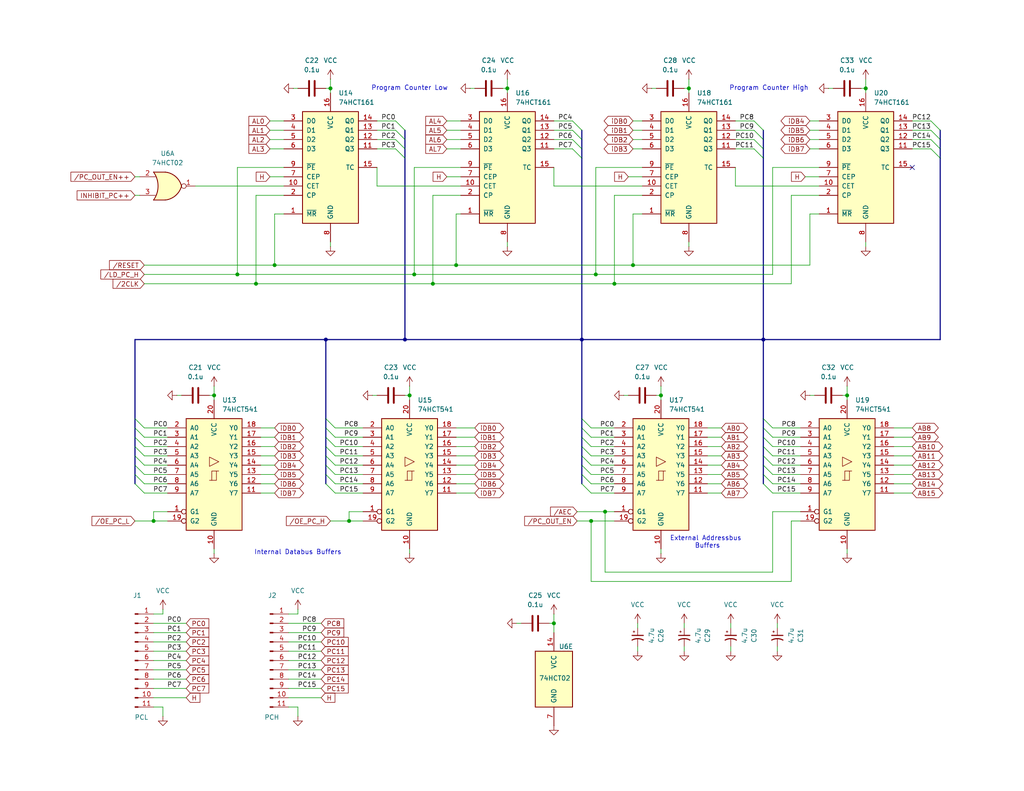
<source format=kicad_sch>
(kicad_sch (version 20250114) (generator "eeschema") (generator_version "9.0")
  (paper "A")
  (title_block (title "TTL 6510 Computer") (date "2025-10-20") (rev "B") (company "Stefan Warnke") (comment 9 "CPU_6502_Opcodes.txt"))
  (text "External Addressbus \nBuffers" (at 193.04 148.082 0) (effects (font (size 1.27 1.27))))
  (text "Program Counter High" (at 209.804 24.13 0) (effects (font (size 1.27 1.27))))
  (text "Program Counter Low" (at 111.76 24.13 0) (effects (font (size 1.27 1.27))))
  (text "Internal Databus Buffers" (at 81.28 150.876 0) (effects (font (size 1.27 1.27))))
  (junction (at 41.91 142.24))
  (junction (at 113.03 74.93))
  (junction (at 138.43 24.13))
  (junction (at 161.29 142.24))
  (junction (at 236.22 24.13))
  (junction (at 110.49 92.71))
  (junction (at 88.9 92.71))
  (junction (at 172.72 72.39))
  (junction (at 187.96 24.13))
  (junction (at 165.1 139.7))
  (junction (at 158.75 92.71))
  (junction (at 180.34 107.95))
  (junction (at 151.13 170.18))
  (junction (at 118.11 77.47))
  (junction (at 124.46 72.39))
  (junction (at 167.64 77.47))
  (junction (at 111.76 107.95))
  (junction (at 64.77 74.93))
  (junction (at 231.14 107.95))
  (junction (at 74.93 72.39))
  (junction (at 69.85 77.47))
  (junction (at 90.17 24.13))
  (junction (at 208.28 92.71))
  (junction (at 95.25 142.24))
  (junction (at 162.56 74.93))
  (junction (at 58.42 107.95))
  (no_connect (at 248.92 45.72))
  (bus_entry (at 156.21 40.64) (size 2.54 2.54))
  (bus_entry (at 208.28 132.08) (size 2.54 2.54))
  (bus_entry (at 208.28 127) (size 2.54 2.54))
  (bus_entry (at 158.75 119.38) (size 2.54 2.54))
  (bus_entry (at 36.83 114.3) (size 2.54 2.54))
  (bus_entry (at 208.28 116.84) (size 2.54 2.54))
  (bus_entry (at 36.83 132.08) (size 2.54 2.54))
  (bus_entry (at 107.95 38.1) (size 2.54 2.54))
  (bus_entry (at 254 35.56) (size 2.54 2.54))
  (bus_entry (at 208.28 114.3) (size 2.54 2.54))
  (bus_entry (at 205.74 38.1) (size 2.54 2.54))
  (bus_entry (at 158.75 116.84) (size 2.54 2.54))
  (bus_entry (at 36.83 124.46) (size 2.54 2.54))
  (bus_entry (at 88.9 127) (size 2.54 2.54))
  (bus_entry (at 88.9 114.3) (size 2.54 2.54))
  (bus_entry (at 158.75 129.54) (size 2.54 2.54))
  (bus_entry (at 205.74 35.56) (size 2.54 2.54))
  (bus_entry (at 88.9 129.54) (size 2.54 2.54))
  (bus_entry (at 156.21 35.56) (size 2.54 2.54))
  (bus_entry (at 36.83 116.84) (size 2.54 2.54))
  (bus_entry (at 36.83 119.38) (size 2.54 2.54))
  (bus_entry (at 88.9 121.92) (size 2.54 2.54))
  (bus_entry (at 88.9 132.08) (size 2.54 2.54))
  (bus_entry (at 205.74 33.02) (size 2.54 2.54))
  (bus_entry (at 36.83 121.92) (size 2.54 2.54))
  (bus_entry (at 156.21 33.02) (size 2.54 2.54))
  (bus_entry (at 208.28 129.54) (size 2.54 2.54))
  (bus_entry (at 208.28 121.92) (size 2.54 2.54))
  (bus_entry (at 158.75 132.08) (size 2.54 2.54))
  (bus_entry (at 158.75 127) (size 2.54 2.54))
  (bus_entry (at 88.9 116.84) (size 2.54 2.54))
  (bus_entry (at 36.83 129.54) (size 2.54 2.54))
  (bus_entry (at 158.75 124.46) (size 2.54 2.54))
  (bus_entry (at 208.28 124.46) (size 2.54 2.54))
  (bus_entry (at 205.74 40.64) (size 2.54 2.54))
  (bus_entry (at 88.9 124.46) (size 2.54 2.54))
  (bus_entry (at 158.75 114.3) (size 2.54 2.54))
  (bus_entry (at 107.95 35.56) (size 2.54 2.54))
  (bus_entry (at 107.95 33.02) (size 2.54 2.54))
  (bus_entry (at 254 33.02) (size 2.54 2.54))
  (bus_entry (at 254 40.64) (size 2.54 2.54))
  (bus_entry (at 254 38.1) (size 2.54 2.54))
  (bus_entry (at 208.28 119.38) (size 2.54 2.54))
  (bus_entry (at 88.9 119.38) (size 2.54 2.54))
  (bus_entry (at 107.95 40.64) (size 2.54 2.54))
  (bus_entry (at 36.83 127) (size 2.54 2.54))
  (bus_entry (at 158.75 121.92) (size 2.54 2.54))
  (bus_entry (at 156.21 38.1) (size 2.54 2.54))
  (wire (pts (xy 200.66 35.56) (xy 205.74 35.56)))
  (wire (pts (xy 210.82 121.92) (xy 218.44 121.92)))
  (bus (pts (xy 36.83 116.84) (xy 36.83 119.38)))
  (wire (pts (xy 226.06 24.13) (xy 227.33 24.13)))
  (wire (pts (xy 248.92 35.56) (xy 254 35.56)))
  (wire (pts (xy 90.17 24.13) (xy 90.17 25.4)))
  (bus (pts (xy 36.83 121.92) (xy 36.83 124.46)))
  (wire (pts (xy 138.43 24.13) (xy 138.43 25.4)))
  (wire (pts (xy 121.92 33.02) (xy 125.73 33.02)))
  (wire (pts (xy 36.83 48.26) (xy 38.1 48.26)))
  (wire (pts (xy 41.91 185.42) (xy 50.8 185.42)))
  (wire (pts (xy 193.04 121.92) (xy 196.85 121.92)))
  (bus (pts (xy 208.28 121.92) (xy 208.28 124.46)))
  (wire (pts (xy 220.98 40.64) (xy 223.52 40.64)))
  (bus (pts (xy 158.75 114.3) (xy 158.75 116.84)))
  (bus (pts (xy 208.28 116.84) (xy 208.28 119.38)))
  (wire (pts (xy 41.91 167.64) (xy 44.45 167.64)))
  (wire (pts (xy 69.85 53.34) (xy 69.85 77.47)))
  (wire (pts (xy 161.29 124.46) (xy 167.64 124.46)))
  (wire (pts (xy 210.82 156.21) (xy 165.1 156.21)))
  (wire (pts (xy 200.66 45.72) (xy 200.66 50.8)))
  (wire (pts (xy 220.98 35.56) (xy 223.52 35.56)))
  (wire (pts (xy 172.72 35.56) (xy 175.26 35.56)))
  (wire (pts (xy 111.76 107.95) (xy 111.76 109.22)))
  (wire (pts (xy 71.12 129.54) (xy 74.93 129.54)))
  (wire (pts (xy 187.96 24.13) (xy 187.96 25.4)))
  (bus (pts (xy 158.75 38.1) (xy 158.75 40.64)))
  (wire (pts (xy 102.87 50.8) (xy 125.73 50.8)))
  (wire (pts (xy 220.98 58.42) (xy 220.98 72.39)))
  (wire (pts (xy 137.16 24.13) (xy 138.43 24.13)))
  (wire (pts (xy 161.29 132.08) (xy 167.64 132.08)))
  (wire (pts (xy 73.66 35.56) (xy 77.47 35.56)))
  (wire (pts (xy 58.42 107.95) (xy 58.42 109.22)))
  (wire (pts (xy 91.44 116.84) (xy 99.06 116.84)))
  (bus (pts (xy 256.54 38.1) (xy 256.54 40.64)))
  (wire (pts (xy 128.27 24.13) (xy 129.54 24.13)))
  (wire (pts (xy 210.82 119.38) (xy 218.44 119.38)))
  (bus (pts (xy 110.49 43.18) (xy 110.49 92.71)))
  (wire (pts (xy 124.46 116.84) (xy 129.54 116.84)))
  (wire (pts (xy 74.93 72.39) (xy 39.37 72.39)))
  (wire (pts (xy 102.87 38.1) (xy 107.95 38.1)))
  (wire (pts (xy 111.76 149.86) (xy 111.76 151.13)))
  (wire (pts (xy 223.52 45.72) (xy 210.82 45.72)))
  (wire (pts (xy 140.97 170.18) (xy 142.24 170.18)))
  (wire (pts (xy 121.92 38.1) (xy 125.73 38.1)))
  (wire (pts (xy 77.47 53.34) (xy 69.85 53.34)))
  (wire (pts (xy 248.92 38.1) (xy 254 38.1)))
  (bus (pts (xy 208.28 38.1) (xy 208.28 40.64)))
  (wire (pts (xy 71.12 124.46) (xy 74.93 124.46)))
  (wire (pts (xy 161.29 142.24) (xy 161.29 158.75)))
  (wire (pts (xy 187.96 21.59) (xy 187.96 24.13)))
  (bus (pts (xy 88.9 92.71) (xy 88.9 114.3)))
  (wire (pts (xy 88.9 24.13) (xy 90.17 24.13)))
  (wire (pts (xy 200.66 38.1) (xy 205.74 38.1)))
  (wire (pts (xy 73.66 40.64) (xy 77.47 40.64)))
  (wire (pts (xy 39.37 121.92) (xy 45.72 121.92)))
  (wire (pts (xy 124.46 134.62) (xy 129.54 134.62)))
  (wire (pts (xy 231.14 105.41) (xy 231.14 107.95)))
  (wire (pts (xy 36.83 53.34) (xy 38.1 53.34)))
  (wire (pts (xy 151.13 38.1) (xy 156.21 38.1)))
  (wire (pts (xy 124.46 132.08) (xy 129.54 132.08)))
  (wire (pts (xy 199.39 170.18) (xy 199.39 171.45)))
  (wire (pts (xy 172.72 38.1) (xy 175.26 38.1)))
  (wire (pts (xy 41.91 180.34) (xy 50.8 180.34)))
  (wire (pts (xy 102.87 40.64) (xy 107.95 40.64)))
  (wire (pts (xy 78.74 172.72) (xy 87.63 172.72)))
  (wire (pts (xy 138.43 66.04) (xy 138.43 67.31)))
  (wire (pts (xy 102.87 45.72) (xy 102.87 50.8)))
  (bus (pts (xy 158.75 35.56) (xy 158.75 38.1)))
  (wire (pts (xy 39.37 127) (xy 45.72 127)))
  (wire (pts (xy 41.91 190.5) (xy 50.8 190.5)))
  (wire (pts (xy 243.84 119.38) (xy 248.92 119.38)))
  (bus (pts (xy 88.9 129.54) (xy 88.9 132.08)))
  (bus (pts (xy 158.75 124.46) (xy 158.75 127)))
  (bus (pts (xy 88.9 119.38) (xy 88.9 121.92)))
  (bus (pts (xy 88.9 121.92) (xy 88.9 124.46)))
  (bus (pts (xy 208.28 43.18) (xy 208.28 92.71)))
  (wire (pts (xy 162.56 45.72) (xy 162.56 74.93)))
  (bus (pts (xy 158.75 129.54) (xy 158.75 132.08)))
  (wire (pts (xy 118.11 77.47) (xy 167.64 77.47)))
  (wire (pts (xy 64.77 45.72) (xy 64.77 74.93)))
  (wire (pts (xy 157.48 142.24) (xy 161.29 142.24)))
  (wire (pts (xy 113.03 45.72) (xy 113.03 74.93)))
  (wire (pts (xy 234.95 24.13) (xy 236.22 24.13)))
  (bus (pts (xy 88.9 114.3) (xy 88.9 116.84)))
  (wire (pts (xy 121.92 40.64) (xy 125.73 40.64)))
  (wire (pts (xy 73.66 33.02) (xy 77.47 33.02)))
  (wire (pts (xy 210.82 124.46) (xy 218.44 124.46)))
  (wire (pts (xy 180.34 149.86) (xy 180.34 151.13)))
  (wire (pts (xy 78.74 180.34) (xy 87.63 180.34)))
  (wire (pts (xy 231.14 107.95) (xy 231.14 109.22)))
  (wire (pts (xy 64.77 74.93) (xy 113.03 74.93)))
  (wire (pts (xy 45.72 142.24) (xy 41.91 142.24)))
  (wire (pts (xy 81.28 167.64) (xy 81.28 166.37)))
  (wire (pts (xy 125.73 53.34) (xy 118.11 53.34)))
  (wire (pts (xy 102.87 35.56) (xy 107.95 35.56)))
  (wire (pts (xy 172.72 40.64) (xy 175.26 40.64)))
  (bus (pts (xy 110.49 40.64) (xy 110.49 43.18)))
  (wire (pts (xy 39.37 74.93) (xy 64.77 74.93)))
  (bus (pts (xy 36.83 119.38) (xy 36.83 121.92)))
  (wire (pts (xy 41.91 175.26) (xy 50.8 175.26)))
  (wire (pts (xy 210.82 116.84) (xy 218.44 116.84)))
  (wire (pts (xy 78.74 167.64) (xy 81.28 167.64)))
  (wire (pts (xy 193.04 132.08) (xy 196.85 132.08)))
  (bus (pts (xy 158.75 119.38) (xy 158.75 121.92)))
  (bus (pts (xy 88.9 116.84) (xy 88.9 119.38)))
  (wire (pts (xy 71.12 119.38) (xy 74.93 119.38)))
  (wire (pts (xy 111.76 105.41) (xy 111.76 107.95)))
  (wire (pts (xy 151.13 172.72) (xy 151.13 170.18)))
  (wire (pts (xy 243.84 121.92) (xy 248.92 121.92)))
  (wire (pts (xy 69.85 77.47) (xy 39.37 77.47)))
  (wire (pts (xy 58.42 105.41) (xy 58.42 107.95)))
  (bus (pts (xy 158.75 92.71) (xy 110.49 92.71)))
  (wire (pts (xy 175.26 58.42) (xy 172.72 58.42)))
  (wire (pts (xy 149.86 170.18) (xy 151.13 170.18)))
  (wire (pts (xy 78.74 193.04) (xy 81.28 193.04)))
  (wire (pts (xy 248.92 33.02) (xy 254 33.02)))
  (wire (pts (xy 90.17 142.24) (xy 95.25 142.24)))
  (wire (pts (xy 199.39 176.53) (xy 199.39 177.8)))
  (wire (pts (xy 161.29 142.24) (xy 167.64 142.24)))
  (wire (pts (xy 219.71 48.26) (xy 223.52 48.26)))
  (wire (pts (xy 90.17 66.04) (xy 90.17 67.31)))
  (bus (pts (xy 158.75 92.71) (xy 158.75 114.3)))
  (bus (pts (xy 208.28 119.38) (xy 208.28 121.92)))
  (wire (pts (xy 39.37 129.54) (xy 45.72 129.54)))
  (wire (pts (xy 118.11 53.34) (xy 118.11 77.47)))
  (wire (pts (xy 151.13 50.8) (xy 175.26 50.8)))
  (wire (pts (xy 215.9 142.24) (xy 215.9 158.75)))
  (wire (pts (xy 58.42 149.86) (xy 58.42 151.13)))
  (wire (pts (xy 91.44 134.62) (xy 99.06 134.62)))
  (wire (pts (xy 41.91 193.04) (xy 44.45 193.04)))
  (bus (pts (xy 36.83 129.54) (xy 36.83 132.08)))
  (wire (pts (xy 74.93 58.42) (xy 74.93 72.39)))
  (wire (pts (xy 161.29 129.54) (xy 167.64 129.54)))
  (wire (pts (xy 80.01 24.13) (xy 81.28 24.13)))
  (wire (pts (xy 177.8 24.13) (xy 179.07 24.13)))
  (wire (pts (xy 161.29 119.38) (xy 167.64 119.38)))
  (wire (pts (xy 90.17 21.59) (xy 90.17 24.13)))
  (bus (pts (xy 36.83 127) (xy 36.83 129.54)))
  (wire (pts (xy 193.04 134.62) (xy 196.85 134.62)))
  (wire (pts (xy 179.07 107.95) (xy 180.34 107.95)))
  (wire (pts (xy 57.15 107.95) (xy 58.42 107.95)))
  (wire (pts (xy 102.87 33.02) (xy 107.95 33.02)))
  (wire (pts (xy 243.84 127) (xy 248.92 127)))
  (wire (pts (xy 161.29 134.62) (xy 167.64 134.62)))
  (bus (pts (xy 110.49 38.1) (xy 110.49 40.64)))
  (wire (pts (xy 81.28 193.04) (xy 81.28 195.58)))
  (wire (pts (xy 78.74 187.96) (xy 87.63 187.96)))
  (wire (pts (xy 243.84 116.84) (xy 248.92 116.84)))
  (wire (pts (xy 248.92 40.64) (xy 254 40.64)))
  (wire (pts (xy 71.12 127) (xy 74.93 127)))
  (wire (pts (xy 113.03 74.93) (xy 162.56 74.93)))
  (wire (pts (xy 173.99 176.53) (xy 173.99 177.8)))
  (wire (pts (xy 172.72 33.02) (xy 175.26 33.02)))
  (wire (pts (xy 200.66 50.8) (xy 223.52 50.8)))
  (wire (pts (xy 71.12 121.92) (xy 74.93 121.92)))
  (wire (pts (xy 73.66 48.26) (xy 77.47 48.26)))
  (wire (pts (xy 236.22 21.59) (xy 236.22 24.13)))
  (bus (pts (xy 158.75 116.84) (xy 158.75 119.38)))
  (wire (pts (xy 161.29 121.92) (xy 167.64 121.92)))
  (wire (pts (xy 91.44 132.08) (xy 99.06 132.08)))
  (wire (pts (xy 161.29 158.75) (xy 215.9 158.75)))
  (wire (pts (xy 172.72 58.42) (xy 172.72 72.39)))
  (wire (pts (xy 124.46 72.39) (xy 172.72 72.39)))
  (wire (pts (xy 220.98 107.95) (xy 222.25 107.95)))
  (bus (pts (xy 36.83 114.3) (xy 36.83 116.84)))
  (wire (pts (xy 151.13 45.72) (xy 151.13 50.8)))
  (wire (pts (xy 210.82 139.7) (xy 210.82 156.21)))
  (wire (pts (xy 99.06 139.7) (xy 95.25 139.7)))
  (wire (pts (xy 157.48 139.7) (xy 165.1 139.7)))
  (wire (pts (xy 77.47 58.42) (xy 74.93 58.42)))
  (wire (pts (xy 74.93 72.39) (xy 124.46 72.39)))
  (wire (pts (xy 186.69 176.53) (xy 186.69 177.8)))
  (bus (pts (xy 110.49 35.56) (xy 110.49 38.1)))
  (wire (pts (xy 91.44 121.92) (xy 99.06 121.92)))
  (wire (pts (xy 78.74 190.5) (xy 87.63 190.5)))
  (wire (pts (xy 200.66 33.02) (xy 205.74 33.02)))
  (wire (pts (xy 78.74 185.42) (xy 87.63 185.42)))
  (wire (pts (xy 187.96 66.04) (xy 187.96 67.31)))
  (wire (pts (xy 220.98 33.02) (xy 223.52 33.02)))
  (bus (pts (xy 158.75 121.92) (xy 158.75 124.46)))
  (wire (pts (xy 243.84 129.54) (xy 248.92 129.54)))
  (wire (pts (xy 71.12 134.62) (xy 74.93 134.62)))
  (wire (pts (xy 223.52 58.42) (xy 220.98 58.42)))
  (bus (pts (xy 88.9 127) (xy 88.9 129.54)))
  (wire (pts (xy 229.87 107.95) (xy 231.14 107.95)))
  (wire (pts (xy 212.09 170.18) (xy 212.09 171.45)))
  (wire (pts (xy 121.92 48.26) (xy 125.73 48.26)))
  (wire (pts (xy 172.72 72.39) (xy 220.98 72.39)))
  (wire (pts (xy 41.91 187.96) (xy 50.8 187.96)))
  (wire (pts (xy 210.82 139.7) (xy 218.44 139.7)))
  (wire (pts (xy 151.13 40.64) (xy 156.21 40.64)))
  (wire (pts (xy 41.91 170.18) (xy 50.8 170.18)))
  (wire (pts (xy 215.9 142.24) (xy 218.44 142.24)))
  (wire (pts (xy 193.04 116.84) (xy 196.85 116.84)))
  (wire (pts (xy 173.99 170.18) (xy 173.99 171.45)))
  (wire (pts (xy 124.46 127) (xy 129.54 127)))
  (wire (pts (xy 167.64 53.34) (xy 167.64 77.47)))
  (wire (pts (xy 223.52 53.34) (xy 215.9 53.34)))
  (wire (pts (xy 95.25 142.24) (xy 99.06 142.24)))
  (bus (pts (xy 36.83 124.46) (xy 36.83 127)))
  (wire (pts (xy 236.22 66.04) (xy 236.22 67.31)))
  (wire (pts (xy 186.69 170.18) (xy 186.69 171.45)))
  (wire (pts (xy 53.34 50.8) (xy 77.47 50.8)))
  (wire (pts (xy 170.18 107.95) (xy 171.45 107.95)))
  (bus (pts (xy 158.75 92.71) (xy 208.28 92.71)))
  (wire (pts (xy 180.34 105.41) (xy 180.34 107.95)))
  (wire (pts (xy 91.44 119.38) (xy 99.06 119.38)))
  (wire (pts (xy 91.44 124.46) (xy 99.06 124.46)))
  (wire (pts (xy 193.04 124.46) (xy 196.85 124.46)))
  (wire (pts (xy 215.9 53.34) (xy 215.9 77.47)))
  (wire (pts (xy 161.29 116.84) (xy 167.64 116.84)))
  (bus (pts (xy 36.83 92.71) (xy 88.9 92.71)))
  (wire (pts (xy 243.84 134.62) (xy 248.92 134.62)))
  (wire (pts (xy 236.22 24.13) (xy 236.22 25.4)))
  (wire (pts (xy 91.44 129.54) (xy 99.06 129.54)))
  (wire (pts (xy 193.04 127) (xy 196.85 127)))
  (bus (pts (xy 158.75 43.18) (xy 158.75 92.71)))
  (wire (pts (xy 124.46 124.46) (xy 129.54 124.46)))
  (bus (pts (xy 256.54 43.18) (xy 256.54 92.71)))
  (wire (pts (xy 36.83 142.24) (xy 41.91 142.24)))
  (wire (pts (xy 243.84 132.08) (xy 248.92 132.08)))
  (wire (pts (xy 212.09 176.53) (xy 212.09 177.8)))
  (bus (pts (xy 110.49 92.71) (xy 88.9 92.71)))
  (wire (pts (xy 77.47 45.72) (xy 64.77 45.72)))
  (wire (pts (xy 151.13 33.02) (xy 156.21 33.02)))
  (bus (pts (xy 158.75 40.64) (xy 158.75 43.18)))
  (wire (pts (xy 231.14 149.86) (xy 231.14 151.13)))
  (wire (pts (xy 39.37 134.62) (xy 45.72 134.62)))
  (wire (pts (xy 45.72 139.7) (xy 41.91 139.7)))
  (wire (pts (xy 193.04 129.54) (xy 196.85 129.54)))
  (wire (pts (xy 71.12 116.84) (xy 74.93 116.84)))
  (bus (pts (xy 256.54 35.56) (xy 256.54 38.1)))
  (wire (pts (xy 101.6 107.95) (xy 102.87 107.95)))
  (wire (pts (xy 124.46 58.42) (xy 125.73 58.42)))
  (wire (pts (xy 41.91 177.8) (xy 50.8 177.8)))
  (wire (pts (xy 41.91 139.7) (xy 41.91 142.24)))
  (wire (pts (xy 73.66 38.1) (xy 77.47 38.1)))
  (wire (pts (xy 44.45 193.04) (xy 44.45 195.58)))
  (wire (pts (xy 210.82 129.54) (xy 218.44 129.54)))
  (wire (pts (xy 41.91 182.88) (xy 50.8 182.88)))
  (wire (pts (xy 243.84 124.46) (xy 248.92 124.46)))
  (wire (pts (xy 44.45 167.64) (xy 44.45 166.37)))
  (wire (pts (xy 78.74 182.88) (xy 87.63 182.88)))
  (bus (pts (xy 256.54 40.64) (xy 256.54 43.18)))
  (wire (pts (xy 175.26 53.34) (xy 167.64 53.34)))
  (bus (pts (xy 256.54 92.71) (xy 208.28 92.71)))
  (wire (pts (xy 180.34 107.95) (xy 180.34 109.22)))
  (wire (pts (xy 39.37 116.84) (xy 45.72 116.84)))
  (wire (pts (xy 210.82 45.72) (xy 210.82 74.93)))
  (bus (pts (xy 36.83 92.71) (xy 36.83 114.3)))
  (wire (pts (xy 210.82 132.08) (xy 218.44 132.08)))
  (bus (pts (xy 208.28 92.71) (xy 208.28 114.3)))
  (bus (pts (xy 88.9 124.46) (xy 88.9 127)))
  (wire (pts (xy 69.85 77.47) (xy 118.11 77.47)))
  (wire (pts (xy 110.49 107.95) (xy 111.76 107.95)))
  (wire (pts (xy 220.98 38.1) (xy 223.52 38.1)))
  (wire (pts (xy 165.1 139.7) (xy 167.64 139.7)))
  (wire (pts (xy 125.73 45.72) (xy 113.03 45.72)))
  (wire (pts (xy 210.82 127) (xy 218.44 127)))
  (wire (pts (xy 124.46 129.54) (xy 129.54 129.54)))
  (wire (pts (xy 171.45 48.26) (xy 175.26 48.26)))
  (wire (pts (xy 175.26 45.72) (xy 162.56 45.72)))
  (wire (pts (xy 48.26 107.95) (xy 49.53 107.95)))
  (bus (pts (xy 208.28 40.64) (xy 208.28 43.18)))
  (wire (pts (xy 210.82 134.62) (xy 218.44 134.62)))
  (bus (pts (xy 158.75 127) (xy 158.75 129.54)))
  (wire (pts (xy 91.44 127) (xy 99.06 127)))
  (wire (pts (xy 124.46 119.38) (xy 129.54 119.38)))
  (wire (pts (xy 200.66 40.64) (xy 205.74 40.64)))
  (wire (pts (xy 78.74 175.26) (xy 87.63 175.26)))
  (wire (pts (xy 162.56 74.93) (xy 210.82 74.93)))
  (wire (pts (xy 165.1 156.21) (xy 165.1 139.7)))
  (wire (pts (xy 39.37 119.38) (xy 45.72 119.38)))
  (bus (pts (xy 208.28 129.54) (xy 208.28 132.08)))
  (wire (pts (xy 138.43 21.59) (xy 138.43 24.13)))
  (wire (pts (xy 193.04 119.38) (xy 196.85 119.38)))
  (wire (pts (xy 151.13 167.64) (xy 151.13 170.18)))
  (wire (pts (xy 151.13 35.56) (xy 156.21 35.56)))
  (bus (pts (xy 208.28 114.3) (xy 208.28 116.84)))
  (wire (pts (xy 39.37 132.08) (xy 45.72 132.08)))
  (wire (pts (xy 39.37 124.46) (xy 45.72 124.46)))
  (bus (pts (xy 208.28 124.46) (xy 208.28 127)))
  (wire (pts (xy 41.91 172.72) (xy 50.8 172.72)))
  (wire (pts (xy 124.46 121.92) (xy 129.54 121.92)))
  (bus (pts (xy 208.28 127) (xy 208.28 129.54)))
  (wire (pts (xy 124.46 58.42) (xy 124.46 72.39)))
  (wire (pts (xy 78.74 177.8) (xy 87.63 177.8)))
  (wire (pts (xy 186.69 24.13) (xy 187.96 24.13)))
  (wire (pts (xy 78.74 170.18) (xy 87.63 170.18)))
  (wire (pts (xy 161.29 127) (xy 167.64 127)))
  (wire (pts (xy 121.92 35.56) (xy 125.73 35.56)))
  (bus (pts (xy 208.28 35.56) (xy 208.28 38.1)))
  (wire (pts (xy 167.64 77.47) (xy 215.9 77.47)))
  (wire (pts (xy 95.25 139.7) (xy 95.25 142.24)))
  (wire (pts (xy 71.12 132.08) (xy 74.93 132.08)))
  (label "PC8" (at 217.17 116.84 180))
  (label "PC7" (at 156.21 40.64 180))
  (label "PC3" (at 107.95 40.64 180))
  (label "PC14" (at 86.36 185.42 180))
  (label "PC11" (at 217.17 124.46 180))
  (label "PC5" (at 167.64 129.54 180))
  (label "PC3" (at 167.64 124.46 180))
  (label "PC1" (at 49.53 172.72 180))
  (label "PC12" (at 217.17 127 180))
  (label "PC10" (at 217.17 121.92 180))
  (label "PC4" (at 167.64 127 180))
  (label "PC1" (at 45.72 119.38 180))
  (label "PC13" (at 217.17 129.54 180))
  (label "PC12" (at 254 33.02 180))
  (label "PC4" (at 45.72 127 180))
  (label "PC5" (at 45.72 129.54 180))
  (label "PC5" (at 156.21 35.56 180))
  (label "PC8" (at 97.79 116.84 180))
  (label "PC6" (at 49.53 185.42 180))
  (label "PC8" (at 205.74 33.02 180))
  (label "PC8" (at 86.36 170.18 180))
  (label "PC2" (at 45.72 121.92 180))
  (label "PC7" (at 167.64 134.62 180))
  (label "PC11" (at 97.79 124.46 180))
  (label "PC7" (at 49.53 187.96 180))
  (label "PC11" (at 86.36 177.8 180))
  (label "PC15" (at 217.17 134.62 180))
  (label "PC4" (at 49.53 180.34 180))
  (label "PC10" (at 86.36 175.26 180))
  (label "PC12" (at 97.79 127 180))
  (label "PC14" (at 97.79 132.08 180))
  (label "PC14" (at 254 38.1 180))
  (label "PC15" (at 86.36 187.96 180))
  (label "PC15" (at 254 40.64 180))
  (label "PC13" (at 86.36 182.88 180))
  (label "PC1" (at 107.95 35.56 180))
  (label "PC0" (at 107.95 33.02 180))
  (label "PC7" (at 45.72 134.62 180))
  (label "PC11" (at 205.74 40.64 180))
  (label "PC14" (at 217.17 132.08 180))
  (label "PC6" (at 167.64 132.08 180))
  (label "PC15" (at 97.79 134.62 180))
  (label "PC9" (at 86.36 172.72 180))
  (label "PC9" (at 97.79 119.38 180))
  (label "PC4" (at 156.21 33.02 180))
  (label "PC13" (at 97.79 129.54 180))
  (label "PC1" (at 167.64 119.38 180))
  (label "PC10" (at 97.79 121.92 180))
  (label "PC12" (at 86.36 180.34 180))
  (label "PC13" (at 254 35.56 180))
  (label "PC2" (at 49.53 175.26 180))
  (label "PC0" (at 45.72 116.84 180))
  (label "PC5" (at 49.53 182.88 180))
  (label "PC6" (at 156.21 38.1 180))
  (label "PC0" (at 49.53 170.18 180))
  (label "PC0" (at 167.64 116.84 180))
  (label "PC2" (at 107.95 38.1 180))
  (label "PC3" (at 45.72 124.46 180))
  (label "PC9" (at 217.17 119.38 180))
  (label "PC9" (at 205.74 35.56 180))
  (label "PC2" (at 167.64 121.92 180))
  (label "PC3" (at 49.53 177.8 180))
  (label "PC10" (at 205.74 38.1 180))
  (label "PC6" (at 45.72 132.08 180))
  (global_label "iDB3" (shape bidirectional) (at 129.54 124.46 0) (property "Intersheetrefs" "${INTERSHEET_REFS}" (effects (hide yes))))
  (global_label "PC6" (shape input) (at 50.8 185.42 0) (property "Intersheetrefs" "${INTERSHEET_REFS}" (effects (hide yes))))
  (global_label "PC8" (shape input) (at 87.63 170.18 0) (property "Intersheetrefs" "${INTERSHEET_REFS}" (effects (hide yes))))
  (global_label "iDB4" (shape bidirectional) (at 74.93 127 0) (property "Intersheetrefs" "${INTERSHEET_REFS}" (effects (hide yes))))
  (global_label "AB10" (shape bidirectional) (at 248.92 121.92 0) (property "Intersheetrefs" "${INTERSHEET_REFS}" (effects (hide yes))))
  (global_label "H" (shape input) (at 73.66 48.26 180) (property "Intersheetrefs" "${INTERSHEET_REFS}" (effects (hide yes))))
  (global_label "{slash}OE_PC_H" (shape input) (at 90.17 142.24 180) (property "Intersheetrefs" "${INTERSHEET_REFS}" (effects (hide yes))))
  (global_label "AL5" (shape input) (at 121.92 35.56 180) (property "Intersheetrefs" "${INTERSHEET_REFS}" (effects (hide yes))))
  (global_label "iDB1" (shape bidirectional) (at 129.54 119.38 0) (property "Intersheetrefs" "${INTERSHEET_REFS}" (effects (hide yes))))
  (global_label "AB1" (shape bidirectional) (at 196.85 119.38 0) (property "Intersheetrefs" "${INTERSHEET_REFS}" (effects (hide yes))))
  (global_label "{slash}2CLK" (shape input) (at 39.37 77.47 180) (property "Intersheetrefs" "${INTERSHEET_REFS}" (effects (hide yes))))
  (global_label "PC11" (shape input) (at 87.63 177.8 0) (property "Intersheetrefs" "${INTERSHEET_REFS}" (effects (hide yes))))
  (global_label "{slash}OE_PC_L" (shape input) (at 36.83 142.24 180) (property "Intersheetrefs" "${INTERSHEET_REFS}" (effects (hide yes))))
  (global_label "PC14" (shape input) (at 87.63 185.42 0) (property "Intersheetrefs" "${INTERSHEET_REFS}" (effects (hide yes))))
  (global_label "AL0" (shape input) (at 73.66 33.02 180) (property "Intersheetrefs" "${INTERSHEET_REFS}" (effects (hide yes))))
  (global_label "AL3" (shape input) (at 73.66 40.64 180) (property "Intersheetrefs" "${INTERSHEET_REFS}" (effects (hide yes))))
  (global_label "AB15" (shape bidirectional) (at 248.92 134.62 0) (property "Intersheetrefs" "${INTERSHEET_REFS}" (effects (hide yes))))
  (global_label "iDB3" (shape bidirectional) (at 172.72 40.64 180) (property "Intersheetrefs" "${INTERSHEET_REFS}" (effects (hide yes))))
  (global_label "iDB5" (shape bidirectional) (at 129.54 129.54 0) (property "Intersheetrefs" "${INTERSHEET_REFS}" (effects (hide yes))))
  (global_label "AL4" (shape input) (at 121.92 33.02 180) (property "Intersheetrefs" "${INTERSHEET_REFS}" (effects (hide yes))))
  (global_label "iDB4" (shape bidirectional) (at 220.98 33.02 180) (property "Intersheetrefs" "${INTERSHEET_REFS}" (effects (hide yes))))
  (global_label "PC3" (shape input) (at 50.8 177.8 0) (property "Intersheetrefs" "${INTERSHEET_REFS}" (effects (hide yes))))
  (global_label "H" (shape input) (at 219.71 48.26 180) (property "Intersheetrefs" "${INTERSHEET_REFS}" (effects (hide yes))))
  (global_label "iDB0" (shape bidirectional) (at 129.54 116.84 0) (property "Intersheetrefs" "${INTERSHEET_REFS}" (effects (hide yes))))
  (global_label "AB0" (shape bidirectional) (at 196.85 116.84 0) (property "Intersheetrefs" "${INTERSHEET_REFS}" (effects (hide yes))))
  (global_label "iDB2" (shape bidirectional) (at 129.54 121.92 0) (property "Intersheetrefs" "${INTERSHEET_REFS}" (effects (hide yes))))
  (global_label "iDB1" (shape bidirectional) (at 172.72 35.56 180) (property "Intersheetrefs" "${INTERSHEET_REFS}" (effects (hide yes))))
  (global_label "AL7" (shape input) (at 121.92 40.64 180) (property "Intersheetrefs" "${INTERSHEET_REFS}" (effects (hide yes))))
  (global_label "AB6" (shape bidirectional) (at 196.85 132.08 0) (property "Intersheetrefs" "${INTERSHEET_REFS}" (effects (hide yes))))
  (global_label "AL2" (shape input) (at 73.66 38.1 180) (property "Intersheetrefs" "${INTERSHEET_REFS}" (effects (hide yes))))
  (global_label "INHIBIT_PC++" (shape input) (at 36.83 53.34 180) (property "Intersheetrefs" "${INTERSHEET_REFS}" (effects (hide yes))))
  (global_label "iDB6" (shape bidirectional) (at 220.98 38.1 180) (property "Intersheetrefs" "${INTERSHEET_REFS}" (effects (hide yes))))
  (global_label "PC13" (shape input) (at 87.63 182.88 0) (property "Intersheetrefs" "${INTERSHEET_REFS}" (effects (hide yes))))
  (global_label "H" (shape input) (at 171.45 48.26 180) (property "Intersheetrefs" "${INTERSHEET_REFS}" (effects (hide yes))))
  (global_label "iDB0" (shape bidirectional) (at 74.93 116.84 0) (property "Intersheetrefs" "${INTERSHEET_REFS}" (effects (hide yes))))
  (global_label "AB2" (shape bidirectional) (at 196.85 121.92 0) (property "Intersheetrefs" "${INTERSHEET_REFS}" (effects (hide yes))))
  (global_label "PC9" (shape input) (at 87.63 172.72 0) (property "Intersheetrefs" "${INTERSHEET_REFS}" (effects (hide yes))))
  (global_label "H" (shape input) (at 121.92 48.26 180) (property "Intersheetrefs" "${INTERSHEET_REFS}" (effects (hide yes))))
  (global_label "iDB5" (shape bidirectional) (at 220.98 35.56 180) (property "Intersheetrefs" "${INTERSHEET_REFS}" (effects (hide yes))))
  (global_label "H" (shape input) (at 87.63 190.5 0) (property "Intersheetrefs" "${INTERSHEET_REFS}" (effects (hide yes))))
  (global_label "iDB6" (shape bidirectional) (at 129.54 132.08 0) (property "Intersheetrefs" "${INTERSHEET_REFS}" (effects (hide yes))))
  (global_label "AB8" (shape bidirectional) (at 248.92 116.84 0) (property "Intersheetrefs" "${INTERSHEET_REFS}" (effects (hide yes))))
  (global_label "iDB3" (shape bidirectional) (at 74.93 124.46 0) (property "Intersheetrefs" "${INTERSHEET_REFS}" (effects (hide yes))))
  (global_label "iDB2" (shape bidirectional) (at 172.72 38.1 180) (property "Intersheetrefs" "${INTERSHEET_REFS}" (effects (hide yes))))
  (global_label "AB3" (shape bidirectional) (at 196.85 124.46 0) (property "Intersheetrefs" "${INTERSHEET_REFS}" (effects (hide yes))))
  (global_label "iDB6" (shape bidirectional) (at 74.93 132.08 0) (property "Intersheetrefs" "${INTERSHEET_REFS}" (effects (hide yes))))
  (global_label "{slash}AEC" (shape input) (at 157.48 139.7 180) (property "Intersheetrefs" "${INTERSHEET_REFS}" (effects (hide yes))))
  (global_label "iDB0" (shape bidirectional) (at 172.72 33.02 180) (property "Intersheetrefs" "${INTERSHEET_REFS}" (effects (hide yes))))
  (global_label "iDB1" (shape bidirectional) (at 74.93 119.38 0) (property "Intersheetrefs" "${INTERSHEET_REFS}" (effects (hide yes))))
  (global_label "AB14" (shape bidirectional) (at 248.92 132.08 0) (property "Intersheetrefs" "${INTERSHEET_REFS}" (effects (hide yes))))
  (global_label "iDB7" (shape bidirectional) (at 74.93 134.62 0) (property "Intersheetrefs" "${INTERSHEET_REFS}" (effects (hide yes))))
  (global_label "AL6" (shape input) (at 121.92 38.1 180) (property "Intersheetrefs" "${INTERSHEET_REFS}" (effects (hide yes))))
  (global_label "AB5" (shape bidirectional) (at 196.85 129.54 0) (property "Intersheetrefs" "${INTERSHEET_REFS}" (effects (hide yes))))
  (global_label "AB11" (shape bidirectional) (at 248.92 124.46 0) (property "Intersheetrefs" "${INTERSHEET_REFS}" (effects (hide yes))))
  (global_label "{slash}PC_OUT_EN++" (shape input) (at 36.83 48.26 180) (property "Intersheetrefs" "${INTERSHEET_REFS}" (effects (hide yes))))
  (global_label "PC5" (shape input) (at 50.8 182.88 0) (property "Intersheetrefs" "${INTERSHEET_REFS}" (effects (hide yes))))
  (global_label "AB12" (shape bidirectional) (at 248.92 127 0) (property "Intersheetrefs" "${INTERSHEET_REFS}" (effects (hide yes))))
  (global_label "AL1" (shape input) (at 73.66 35.56 180) (property "Intersheetrefs" "${INTERSHEET_REFS}" (effects (hide yes))))
  (global_label "{slash}PC_OUT_EN" (shape input) (at 157.48 142.24 180) (property "Intersheetrefs" "${INTERSHEET_REFS}" (effects (hide yes))))
  (global_label "iDB4" (shape bidirectional) (at 129.54 127 0) (property "Intersheetrefs" "${INTERSHEET_REFS}" (effects (hide yes))))
  (global_label "iDB7" (shape bidirectional) (at 220.98 40.64 180) (property "Intersheetrefs" "${INTERSHEET_REFS}" (effects (hide yes))))
  (global_label "AB13" (shape bidirectional) (at 248.92 129.54 0) (property "Intersheetrefs" "${INTERSHEET_REFS}" (effects (hide yes))))
  (global_label "PC7" (shape input) (at 50.8 187.96 0) (property "Intersheetrefs" "${INTERSHEET_REFS}" (effects (hide yes))))
  (global_label "PC0" (shape input) (at 50.8 170.18 0) (property "Intersheetrefs" "${INTERSHEET_REFS}" (effects (hide yes))))
  (global_label "{slash}RESET" (shape input) (at 39.37 72.39 180) (property "Intersheetrefs" "${INTERSHEET_REFS}" (effects (hide yes))))
  (global_label "iDB5" (shape bidirectional) (at 74.93 129.54 0) (property "Intersheetrefs" "${INTERSHEET_REFS}" (effects (hide yes))))
  (global_label "{slash}LD_PC_H" (shape input) (at 39.37 74.93 180) (property "Intersheetrefs" "${INTERSHEET_REFS}" (effects (hide yes))))
  (global_label "AB4" (shape bidirectional) (at 196.85 127 0) (property "Intersheetrefs" "${INTERSHEET_REFS}" (effects (hide yes))))
  (global_label "H" (shape input) (at 50.8 190.5 0) (property "Intersheetrefs" "${INTERSHEET_REFS}" (effects (hide yes))))
  (global_label "PC2" (shape input) (at 50.8 175.26 0) (property "Intersheetrefs" "${INTERSHEET_REFS}" (effects (hide yes))))
  (global_label "iDB7" (shape bidirectional) (at 129.54 134.62 0) (property "Intersheetrefs" "${INTERSHEET_REFS}" (effects (hide yes))))
  (global_label "PC15" (shape input) (at 87.63 187.96 0) (property "Intersheetrefs" "${INTERSHEET_REFS}" (effects (hide yes))))
  (global_label "iDB2" (shape bidirectional) (at 74.93 121.92 0) (property "Intersheetrefs" "${INTERSHEET_REFS}" (effects (hide yes))))
  (global_label "AB9" (shape bidirectional) (at 248.92 119.38 0) (property "Intersheetrefs" "${INTERSHEET_REFS}" (effects (hide yes))))
  (global_label "PC1" (shape input) (at 50.8 172.72 0) (property "Intersheetrefs" "${INTERSHEET_REFS}" (effects (hide yes))))
  (global_label "PC12" (shape input) (at 87.63 180.34 0) (property "Intersheetrefs" "${INTERSHEET_REFS}" (effects (hide yes))))
  (global_label "PC4" (shape input) (at 50.8 180.34 0) (property "Intersheetrefs" "${INTERSHEET_REFS}" (effects (hide yes))))
  (global_label "PC10" (shape input) (at 87.63 175.26 0) (property "Intersheetrefs" "${INTERSHEET_REFS}" (effects (hide yes))))
  (global_label "AB7" (shape bidirectional) (at 196.85 134.62 0) (property "Intersheetrefs" "${INTERSHEET_REFS}" (effects (hide yes))))
  (symbol (lib_id "power:+5V") (at 111.76 105.41 0) (unit 1)
    (property "Reference" "#PWR068" (effects (hide yes)))
    (property "Value" "VCC" (at 111.76 100.33 0))
    (property "Description" "Power symbol creates a global label with name \"+5V\"" (effects (hide yes)))
  )
  (symbol (lib_id "power:GND") (at 187.96 67.31 0) (unit 1)
    (property "Reference" "#PWR085" (effects (hide yes)))
    (property "Value" "GND" (effects (hide yes)))
    (property "Description" "Power symbol creates a global label with name \"GND\" , ground" (effects (hide yes)))
  )
  (symbol (lib_id "power:GND") (at 81.28 195.58 0) (unit 1)
    (property "Reference" "#PWR064" (effects (hide yes)))
    (property "Value" "GND" (effects (hide yes)))
    (property "Description" "Power symbol creates a global label with name \"GND\" , ground" (effects (hide yes)))
  )
  (symbol (lib_id "power:GND") (at 220.98 107.95 270) (unit 1)
    (property "Reference" "#PWR090" (effects (hide yes)))
    (property "Value" "GND" (effects (hide yes)))
    (property "Description" "Power symbol creates a global label with name \"GND\" , ground" (effects (hide yes)))
  )
  (symbol (lib_id "74xx:74LS161") (at 187.96 45.72 0) (unit 1)
    (property "Reference" "U18" (at 190.1541 25.4 0) (effects (justify left)))
    (property "Value" "74HCT161" (at 190.1541 27.94 0) (effects (justify left)))
    (property "Footprint" "Package_DIP:DIP-16_W7.62mm_Socket" (effects (hide yes)))
    (property "Datasheet" "http://www.ti.com/lit/gpn/sn74LS161" (effects (hide yes)))
    (property "Description" "Synchronous 4-bit programmable binary Counter" (effects (hide yes)))
    (property "OrderInfo" "https://www.digikey.com/en/products/detail/texas-instruments/CD74HCT161E/38338" (effects (hide yes)))
  )
  (symbol (lib_id "power:+5V") (at 90.17 21.59 0) (unit 1)
    (property "Reference" "#PWR065" (effects (hide yes)))
    (property "Value" "VCC" (at 90.17 16.51 0))
    (property "Description" "Power symbol creates a global label with name \"+5V\"" (effects (hide yes)))
  )
  (symbol (lib_id "power:+5V") (at 187.96 21.59 0) (unit 1)
    (property "Reference" "#PWR084" (effects (hide yes)))
    (property "Value" "VCC" (at 187.96 16.51 0))
    (property "Description" "Power symbol creates a global label with name \"+5V\"" (effects (hide yes)))
  )
  (symbol (lib_id "power:GND") (at 140.97 170.18 270) (unit 1)
    (property "Reference" "#PWR073" (effects (hide yes)))
    (property "Value" "GND" (effects (hide yes)))
    (property "Description" "Power symbol creates a global label with name \"GND\" , ground" (effects (hide yes)))
  )
  (symbol (lib_id "power:GND") (at 48.26 107.95 270) (unit 1)
    (property "Reference" "#PWR059" (effects (hide yes)))
    (property "Value" "GND" (effects (hide yes)))
    (property "Description" "Power symbol creates a global label with name \"GND\" , ground" (effects (hide yes)))
  )
  (symbol (lib_id "Device:C") (at 175.26 107.95 90) (unit 1)
    (property "Reference" "C27" (at 175.26 100.33 90))
    (property "Value" "0.1u" (at 175.26 102.87 90))
    (property "Footprint" "Project Library:C_Disc_D7.5mm_W2.5mm_P7.62mm" (effects (hide yes)))
    (property "Description" "Unpolarized capacitor" (effects (hide yes)))
    (property "OrderInfo" "https://www.digikey.com/en/products/detail/kemet/C320C104M5R5TA/3726028" (effects (hide yes)))
  )
  (symbol (lib_id "Device:C") (at 106.68 107.95 90) (unit 1)
    (property "Reference" "C23" (at 106.68 100.33 90))
    (property "Value" "0.1u" (at 106.68 102.87 90))
    (property "Footprint" "Project Library:C_Disc_D7.5mm_W2.5mm_P7.62mm" (effects (hide yes)))
    (property "Description" "Unpolarized capacitor" (effects (hide yes)))
    (property "OrderInfo" "https://www.digikey.com/en/products/detail/kemet/C320C104M5R5TA/3726028" (effects (hide yes)))
  )
  (symbol (lib_id "power:GND") (at 173.99 177.8 0) (unit 1)
    (property "Reference" "#PWR078" (effects (hide yes)))
    (property "Value" "GND" (effects (hide yes)))
    (property "Description" "Power symbol creates a global label with name \"GND\" , ground" (effects (hide yes)))
  )
  (symbol (lib_id "Connector:Conn_01x11_Pin") (at 36.83 180.34 0) (unit 1)
    (property "Reference" "J1" (at 37.465 162.56 0))
    (property "Value" "PCL" (at 38.608 195.834 0))
    (property "Footprint" "Connector_PinHeader_2.54mm:PinHeader_1x11_P2.54mm_Vertical" (effects (hide yes)))
    (property "Description" "Generic connector, single row, 01x11, script generated" (effects (hide yes)))
    (property "OrderInfo" "https://www.digikey.com/en/products/detail/samtec-inc/SSA-111-S-T/1105805" (effects (hide yes)))
  )
  (symbol (lib_id "power:GND") (at 170.18 107.95 270) (unit 1)
    (property "Reference" "#PWR076" (effects (hide yes)))
    (property "Value" "GND" (effects (hide yes)))
    (property "Description" "Power symbol creates a global label with name \"GND\" , ground" (effects (hide yes)))
  )
  (symbol (lib_id "power:+5V") (at 138.43 21.59 0) (unit 1)
    (property "Reference" "#PWR071" (effects (hide yes)))
    (property "Value" "VCC" (at 138.43 16.51 0))
    (property "Description" "Power symbol creates a global label with name \"+5V\"" (effects (hide yes)))
  )
  (symbol (lib_id "power:+5V") (at 186.69 170.18 0) (unit 1)
    (property "Reference" "#PWR082" (effects (hide yes)))
    (property "Value" "VCC" (at 186.69 165.1 0))
    (property "Description" "Power symbol creates a global label with name \"+5V\"" (effects (hide yes)))
  )
  (symbol (lib_id "74xx:74LS161") (at 90.17 45.72 0) (unit 1)
    (property "Reference" "U14" (at 92.3641 25.4 0) (effects (justify left)))
    (property "Value" "74HCT161" (at 92.3641 27.94 0) (effects (justify left)))
    (property "Footprint" "Package_DIP:DIP-16_W7.62mm_Socket" (effects (hide yes)))
    (property "Datasheet" "http://www.ti.com/lit/gpn/sn74LS161" (effects (hide yes)))
    (property "Description" "Synchronous 4-bit programmable binary Counter" (effects (hide yes)))
    (property "OrderInfo" "https://www.digikey.com/en/products/detail/texas-instruments/CD74HCT161E/38338" (effects (hide yes)))
  )
  (symbol (lib_id "power:+5V") (at 173.99 170.18 0) (unit 1)
    (property "Reference" "#PWR077" (effects (hide yes)))
    (property "Value" "VCC" (at 173.99 165.1 0))
    (property "Description" "Power symbol creates a global label with name \"+5V\"" (effects (hide yes)))
  )
  (symbol (lib_id "Device:C") (at 133.35 24.13 90) (unit 1)
    (property "Reference" "C24" (at 133.35 16.51 90))
    (property "Value" "0.1u" (at 133.35 19.05 90))
    (property "Footprint" "Project Library:C_Disc_D7.5mm_W2.5mm_P7.62mm" (effects (hide yes)))
    (property "Description" "Unpolarized capacitor" (effects (hide yes)))
    (property "OrderInfo" "https://www.digikey.com/en/products/detail/kemet/C320C104M5R5TA/3726028" (effects (hide yes)))
  )
  (symbol (lib_id "74xx:74HCT541") (at 180.34 129.54 0) (unit 1)
    (property "Reference" "U17" (at 182.5341 109.22 0) (effects (justify left)))
    (property "Value" "74HCT541" (at 182.5341 111.76 0) (effects (justify left)))
    (property "Footprint" "Package_DIP:DIP-20_W7.62mm_Socket" (effects (hide yes)))
    (property "Datasheet" "http://www.ti.com/lit/gpn/sn74HCT541" (effects (hide yes)))
    (property "Description" "8-bit Buffer/Line Driver 3-state outputs" (effects (hide yes)))
    (property "OrderInfo" "https://www.digikey.com/en/products/detail/texas-instruments/SN74HCT541N/277265" (effects (hide yes)))
  )
  (symbol (lib_id "Device:C") (at 226.06 107.95 90) (unit 1)
    (property "Reference" "C32" (at 226.06 100.33 90))
    (property "Value" "0.1u" (at 226.06 102.87 90))
    (property "Footprint" "Project Library:C_Disc_D7.5mm_W2.5mm_P7.62mm" (effects (hide yes)))
    (property "Description" "Unpolarized capacitor" (effects (hide yes)))
    (property "OrderInfo" "https://www.digikey.com/en/products/detail/kemet/C320C104M5R5TA/3726028" (effects (hide yes)))
  )
  (symbol (lib_id "power:GND") (at 90.17 67.31 0) (unit 1)
    (property "Reference" "#PWR066" (effects (hide yes)))
    (property "Value" "GND" (effects (hide yes)))
    (property "Description" "Power symbol creates a global label with name \"GND\" , ground" (effects (hide yes)))
  )
  (symbol (lib_id "power:+5V") (at 81.28 166.37 0) (unit 1)
    (property "Reference" "#PWR063" (effects (hide yes)))
    (property "Value" "VCC" (at 81.28 161.29 0))
    (property "Description" "Power symbol creates a global label with name \"+5V\"" (effects (hide yes)))
  )
  (symbol (lib_id "74xx:74HCT02") (at 151.13 185.42 0) (unit 5)
    (property "Reference" "U6" (at 154.432 176.53 0))
    (property "Value" "74HCT02" (at 151.384 185.166 0))
    (property "Footprint" "Package_DIP:DIP-14_W7.62mm_Socket" (effects (hide yes)))
    (property "Datasheet" "http://www.ti.com/lit/gpn/sn74hct02" (effects (hide yes)))
    (property "Description" "quad 2-input NOR gate" (effects (hide yes)))
    (property "OrderInfo" "https://www.digikey.com/en/products/detail/texas-instruments/CD74HCT02E/38234" (effects (hide yes)))
  )
  (symbol (lib_id "power:GND") (at 226.06 24.13 270) (unit 1)
    (property "Reference" "#PWR091" (effects (hide yes)))
    (property "Value" "GND" (effects (hide yes)))
    (property "Description" "Power symbol creates a global label with name \"GND\" , ground" (effects (hide yes)))
  )
  (symbol (lib_id "power:GND") (at 128.27 24.13 270) (unit 1)
    (property "Reference" "#PWR070" (effects (hide yes)))
    (property "Value" "GND" (effects (hide yes)))
    (property "Description" "Power symbol creates a global label with name \"GND\" , ground" (effects (hide yes)))
  )
  (symbol (lib_id "power:GND") (at 236.22 67.31 0) (unit 1)
    (property "Reference" "#PWR095" (effects (hide yes)))
    (property "Value" "GND" (effects (hide yes)))
    (property "Description" "Power symbol creates a global label with name \"GND\" , ground" (effects (hide yes)))
  )
  (symbol (lib_id "Device:C") (at 85.09 24.13 90) (unit 1)
    (property "Reference" "C22" (at 85.09 16.51 90))
    (property "Value" "0.1u" (at 85.09 19.05 90))
    (property "Footprint" "Project Library:C_Disc_D7.5mm_W2.5mm_P7.62mm" (effects (hide yes)))
    (property "Description" "Unpolarized capacitor" (effects (hide yes)))
    (property "OrderInfo" "https://www.digikey.com/en/products/detail/kemet/C320C104M5R5TA/3726028" (effects (hide yes)))
  )
  (symbol (lib_id "Device:C") (at 53.34 107.95 90) (unit 1)
    (property "Reference" "C21" (at 53.34 100.33 90))
    (property "Value" "0.1u" (at 53.34 102.87 90))
    (property "Footprint" "Project Library:C_Disc_D7.5mm_W2.5mm_P7.62mm" (effects (hide yes)))
    (property "Description" "Unpolarized capacitor" (effects (hide yes)))
    (property "OrderInfo" "https://www.digikey.com/en/products/detail/kemet/C320C104M5R5TA/3726028" (effects (hide yes)))
  )
  (symbol (lib_id "power:GND") (at 186.69 177.8 0) (unit 1)
    (property "Reference" "#PWR083" (effects (hide yes)))
    (property "Value" "GND" (effects (hide yes)))
    (property "Description" "Power symbol creates a global label with name \"GND\" , ground" (effects (hide yes)))
  )
  (symbol (lib_id "Device:C_Polarized_Small_US") (at 199.39 173.99 0) (unit 1)
    (property "Reference" "C30" (at 205.74 173.5582 90))
    (property "Value" "4.7u" (at 203.2 173.5582 90))
    (property "Footprint" "Project Library:C_Disc_D7.5mm_W2.5mm_P7.62mm_pol" (effects (hide yes)))
    (property "Description" "Polarized capacitor, small US symbol" (effects (hide yes)))
    (property "OrderInfo" "https://www.digikey.com/en/products/detail/kyocera-avx/TAP475M010SCS/1472017" (effects (hide yes)))
  )
  (symbol (lib_id "74xx:74HCT541") (at 111.76 129.54 0) (unit 1)
    (property "Reference" "U15" (at 113.9541 109.22 0) (effects (justify left)))
    (property "Value" "74HCT541" (at 113.9541 111.76 0) (effects (justify left)))
    (property "Footprint" "Package_DIP:DIP-20_W7.62mm_Socket" (effects (hide yes)))
    (property "Datasheet" "http://www.ti.com/lit/gpn/sn74HCT541" (effects (hide yes)))
    (property "Description" "8-bit Buffer/Line Driver 3-state outputs" (effects (hide yes)))
    (property "OrderInfo" "https://www.digikey.com/en/products/detail/texas-instruments/SN74HCT541N/277265" (effects (hide yes)))
  )
  (symbol (lib_id "Device:C_Polarized_Small_US") (at 173.99 173.99 0) (unit 1)
    (property "Reference" "C26" (at 180.34 173.5582 90))
    (property "Value" "4.7u" (at 177.8 173.5582 90))
    (property "Footprint" "Project Library:C_Disc_D7.5mm_W2.5mm_P7.62mm_pol" (effects (hide yes)))
    (property "Description" "Polarized capacitor, small US symbol" (effects (hide yes)))
    (property "OrderInfo" "https://www.digikey.com/en/products/detail/kyocera-avx/TAP475M010SCS/1472017" (effects (hide yes)))
  )
  (symbol (lib_id "power:GND") (at 80.01 24.13 270) (unit 1)
    (property "Reference" "#PWR062" (effects (hide yes)))
    (property "Value" "GND" (effects (hide yes)))
    (property "Description" "Power symbol creates a global label with name \"GND\" , ground" (effects (hide yes)))
  )
  (symbol (lib_id "74xx:74HCT541") (at 58.42 129.54 0) (unit 1)
    (property "Reference" "U13" (at 60.6141 109.22 0) (effects (justify left)))
    (property "Value" "74HCT541" (at 60.6141 111.76 0) (effects (justify left)))
    (property "Footprint" "Package_DIP:DIP-20_W7.62mm_Socket" (effects (hide yes)))
    (property "Datasheet" "http://www.ti.com/lit/gpn/sn74HCT541" (effects (hide yes)))
    (property "Description" "8-bit Buffer/Line Driver 3-state outputs" (effects (hide yes)))
    (property "OrderInfo" "https://www.digikey.com/en/products/detail/texas-instruments/SN74HCT541N/277265" (effects (hide yes)))
  )
  (symbol (lib_id "74xx:74LS161") (at 236.22 45.72 0) (unit 1)
    (property "Reference" "U20" (at 238.4141 25.4 0) (effects (justify left)))
    (property "Value" "74HCT161" (at 238.4141 27.94 0) (effects (justify left)))
    (property "Footprint" "Package_DIP:DIP-16_W7.62mm_Socket" (effects (hide yes)))
    (property "Datasheet" "http://www.ti.com/lit/gpn/sn74LS161" (effects (hide yes)))
    (property "Description" "Synchronous 4-bit programmable binary Counter" (effects (hide yes)))
    (property "OrderInfo" "https://www.digikey.com/en/products/detail/texas-instruments/CD74HCT161E/38338" (effects (hide yes)))
  )
  (symbol (lib_id "Device:C_Polarized_Small_US") (at 186.69 173.99 0) (unit 1)
    (property "Reference" "C29" (at 193.04 173.5582 90))
    (property "Value" "4.7u" (at 190.5 173.5582 90))
    (property "Footprint" "Project Library:C_Disc_D7.5mm_W2.5mm_P7.62mm_pol" (effects (hide yes)))
    (property "Description" "Polarized capacitor, small US symbol" (effects (hide yes)))
    (property "OrderInfo" "https://www.digikey.com/en/products/detail/kyocera-avx/TAP475M010SCS/1472017" (effects (hide yes)))
  )
  (symbol (lib_id "power:+5V") (at 180.34 105.41 0) (unit 1)
    (property "Reference" "#PWR080" (effects (hide yes)))
    (property "Value" "VCC" (at 180.34 100.33 0))
    (property "Description" "Power symbol creates a global label with name \"+5V\"" (effects (hide yes)))
  )
  (symbol (lib_id "74xx:74HCT541") (at 231.14 129.54 0) (unit 1)
    (property "Reference" "U19" (at 233.3341 109.22 0) (effects (justify left)))
    (property "Value" "74HCT541" (at 233.3341 111.76 0) (effects (justify left)))
    (property "Footprint" "Package_DIP:DIP-20_W7.62mm_Socket" (effects (hide yes)))
    (property "Datasheet" "http://www.ti.com/lit/gpn/sn74HCT541" (effects (hide yes)))
    (property "Description" "8-bit Buffer/Line Driver 3-state outputs" (effects (hide yes)))
    (property "OrderInfo" "https://www.digikey.com/en/products/detail/texas-instruments/SN74HCT541N/277265" (effects (hide yes)))
  )
  (symbol (lib_id "power:GND") (at 177.8 24.13 270) (unit 1)
    (property "Reference" "#PWR079" (effects (hide yes)))
    (property "Value" "GND" (effects (hide yes)))
    (property "Description" "Power symbol creates a global label with name \"GND\" , ground" (effects (hide yes)))
  )
  (symbol (lib_id "power:GND") (at 58.42 151.13 0) (unit 1)
    (property "Reference" "#PWR061" (effects (hide yes)))
    (property "Value" "GND" (effects (hide yes)))
    (property "Description" "Power symbol creates a global label with name \"GND\" , ground" (effects (hide yes)))
  )
  (symbol (lib_id "power:+5V") (at 44.45 166.37 0) (unit 1)
    (property "Reference" "#PWR057" (effects (hide yes)))
    (property "Value" "VCC" (at 44.45 161.29 0))
    (property "Description" "Power symbol creates a global label with name \"+5V\"" (effects (hide yes)))
  )
  (symbol (lib_id "power:GND") (at 231.14 151.13 0) (unit 1)
    (property "Reference" "#PWR093" (effects (hide yes)))
    (property "Value" "GND" (effects (hide yes)))
    (property "Description" "Power symbol creates a global label with name \"GND\" , ground" (effects (hide yes)))
  )
  (symbol (lib_id "Connector:Conn_01x11_Pin") (at 73.66 180.34 0) (unit 1)
    (property "Reference" "J2" (at 74.295 162.56 0))
    (property "Value" "PCH" (at 74.168 195.834 0))
    (property "Footprint" "Connector_PinHeader_2.54mm:PinHeader_1x11_P2.54mm_Vertical" (effects (hide yes)))
    (property "Description" "Generic connector, single row, 01x11, script generated" (effects (hide yes)))
    (property "OrderInfo" "https://www.digikey.com/en/products/detail/samtec-inc/SSA-111-S-T/1105805" (effects (hide yes)))
  )
  (symbol (lib_id "power:+5V") (at 151.13 167.64 0) (unit 1)
    (property "Reference" "#PWR074" (effects (hide yes)))
    (property "Value" "VCC" (at 151.13 162.56 0))
    (property "Description" "Power symbol creates a global label with name \"+5V\"" (effects (hide yes)))
  )
  (symbol (lib_id "74xx:74HCT02") (at 45.72 50.8 0) (unit 1)
    (property "Reference" "U6" (at 45.72 41.91 0))
    (property "Value" "74HCT02" (at 45.72 44.45 0))
    (property "Footprint" "Package_DIP:DIP-14_W7.62mm_Socket" (effects (hide yes)))
    (property "Datasheet" "http://www.ti.com/lit/gpn/sn74hct02" (effects (hide yes)))
    (property "Description" "quad 2-input NOR gate" (effects (hide yes)))
    (property "OrderInfo" "https://www.digikey.com/en/products/detail/texas-instruments/CD74HCT02E/38234" (effects (hide yes)))
  )
  (symbol (lib_id "power:GND") (at 101.6 107.95 270) (unit 1)
    (property "Reference" "#PWR067" (effects (hide yes)))
    (property "Value" "GND" (effects (hide yes)))
    (property "Description" "Power symbol creates a global label with name \"GND\" , ground" (effects (hide yes)))
  )
  (symbol (lib_id "power:GND") (at 199.39 177.8 0) (unit 1)
    (property "Reference" "#PWR087" (effects (hide yes)))
    (property "Value" "GND" (effects (hide yes)))
    (property "Description" "Power symbol creates a global label with name \"GND\" , ground" (effects (hide yes)))
  )
  (symbol (lib_id "power:+5V") (at 212.09 170.18 0) (unit 1)
    (property "Reference" "#PWR088" (effects (hide yes)))
    (property "Value" "VCC" (at 212.09 165.1 0))
    (property "Description" "Power symbol creates a global label with name \"+5V\"" (effects (hide yes)))
  )
  (symbol (lib_id "power:+5V") (at 58.42 105.41 0) (unit 1)
    (property "Reference" "#PWR060" (effects (hide yes)))
    (property "Value" "VCC" (at 58.42 100.33 0))
    (property "Description" "Power symbol creates a global label with name \"+5V\"" (effects (hide yes)))
  )
  (symbol (lib_id "power:+5V") (at 236.22 21.59 0) (unit 1)
    (property "Reference" "#PWR094" (effects (hide yes)))
    (property "Value" "VCC" (at 236.22 16.51 0))
    (property "Description" "Power symbol creates a global label with name \"+5V\"" (effects (hide yes)))
  )
  (symbol (lib_id "power:GND") (at 44.45 195.58 0) (unit 1)
    (property "Reference" "#PWR058" (effects (hide yes)))
    (property "Value" "GND" (effects (hide yes)))
    (property "Description" "Power symbol creates a global label with name \"GND\" , ground" (effects (hide yes)))
  )
  (symbol (lib_id "power:GND") (at 212.09 177.8 0) (unit 1)
    (property "Reference" "#PWR089" (effects (hide yes)))
    (property "Value" "GND" (effects (hide yes)))
    (property "Description" "Power symbol creates a global label with name \"GND\" , ground" (effects (hide yes)))
  )
  (symbol (lib_id "power:GND") (at 151.13 198.12 0) (unit 1)
    (property "Reference" "#PWR075" (effects (hide yes)))
    (property "Value" "GND" (effects (hide yes)))
    (property "Description" "Power symbol creates a global label with name \"GND\" , ground" (effects (hide yes)))
  )
  (symbol (lib_id "power:+5V") (at 199.39 170.18 0) (unit 1)
    (property "Reference" "#PWR086" (effects (hide yes)))
    (property "Value" "VCC" (at 199.39 165.1 0))
    (property "Description" "Power symbol creates a global label with name \"+5V\"" (effects (hide yes)))
  )
  (symbol (lib_id "74xx:74LS161") (at 138.43 45.72 0) (unit 1)
    (property "Reference" "U16" (at 140.6241 25.4 0) (effects (justify left)))
    (property "Value" "74HCT161" (at 140.6241 27.94 0) (effects (justify left)))
    (property "Footprint" "Package_DIP:DIP-16_W7.62mm_Socket" (effects (hide yes)))
    (property "Datasheet" "http://www.ti.com/lit/gpn/sn74LS161" (effects (hide yes)))
    (property "Description" "Synchronous 4-bit programmable binary Counter" (effects (hide yes)))
    (property "OrderInfo" "https://www.digikey.com/en/products/detail/texas-instruments/CD74HCT161E/38338" (effects (hide yes)))
  )
  (symbol (lib_id "Device:C") (at 146.05 170.18 90) (unit 1)
    (property "Reference" "C25" (at 146.05 162.56 90))
    (property "Value" "0.1u" (at 146.05 165.1 90))
    (property "Footprint" "Project Library:C_Disc_D7.5mm_W2.5mm_P7.62mm" (effects (hide yes)))
    (property "Description" "Unpolarized capacitor" (effects (hide yes)))
    (property "OrderInfo" "https://www.digikey.com/en/products/detail/kemet/C320C104M5R5TA/3726028" (effects (hide yes)))
  )
  (symbol (lib_id "power:+5V") (at 231.14 105.41 0) (unit 1)
    (property "Reference" "#PWR092" (effects (hide yes)))
    (property "Value" "VCC" (at 231.14 100.33 0))
    (property "Description" "Power symbol creates a global label with name \"+5V\"" (effects (hide yes)))
  )
  (symbol (lib_id "Device:C") (at 182.88 24.13 90) (unit 1)
    (property "Reference" "C28" (at 182.88 16.51 90))
    (property "Value" "0.1u" (at 182.88 19.05 90))
    (property "Footprint" "Project Library:C_Disc_D7.5mm_W2.5mm_P7.62mm" (effects (hide yes)))
    (property "Description" "Unpolarized capacitor" (effects (hide yes)))
    (property "OrderInfo" "https://www.digikey.com/en/products/detail/kemet/C320C104M5R5TA/3726028" (effects (hide yes)))
  )
  (symbol (lib_id "Device:C") (at 231.14 24.13 90) (unit 1)
    (property "Reference" "C33" (at 231.14 16.51 90))
    (property "Value" "0.1u" (at 231.14 19.05 90))
    (property "Footprint" "Project Library:C_Disc_D7.5mm_W2.5mm_P7.62mm" (effects (hide yes)))
    (property "Description" "Unpolarized capacitor" (effects (hide yes)))
    (property "OrderInfo" "https://www.digikey.com/en/products/detail/kemet/C320C104M5R5TA/3726028" (effects (hide yes)))
  )
  (symbol (lib_id "Device:C_Polarized_Small_US") (at 212.09 173.99 0) (unit 1)
    (property "Reference" "C31" (at 218.44 173.5582 90))
    (property "Value" "4.7u" (at 215.9 173.5582 90))
    (property "Footprint" "Project Library:C_Disc_D7.5mm_W2.5mm_P7.62mm_pol" (effects (hide yes)))
    (property "Description" "Polarized capacitor, small US symbol" (effects (hide yes)))
    (property "OrderInfo" "https://www.digikey.com/en/products/detail/kyocera-avx/TAP475M010SCS/1472017" (effects (hide yes)))
  )
  (symbol (lib_id "power:GND") (at 180.34 151.13 0) (unit 1)
    (property "Reference" "#PWR081" (effects (hide yes)))
    (property "Value" "GND" (effects (hide yes)))
    (property "Description" "Power symbol creates a global label with name \"GND\" , ground" (effects (hide yes)))
  )
  (symbol (lib_id "power:GND") (at 111.76 151.13 0) (unit 1)
    (property "Reference" "#PWR069" (effects (hide yes)))
    (property "Value" "GND" (effects (hide yes)))
    (property "Description" "Power symbol creates a global label with name \"GND\" , ground" (effects (hide yes)))
  )
  (symbol (lib_id "power:GND") (at 138.43 67.31 0) (unit 1)
    (property "Reference" "#PWR072" (effects (hide yes)))
    (property "Value" "GND" (effects (hide yes)))
    (property "Description" "Power symbol creates a global label with name \"GND\" , ground" (effects (hide yes)))
  )
)
</source>
